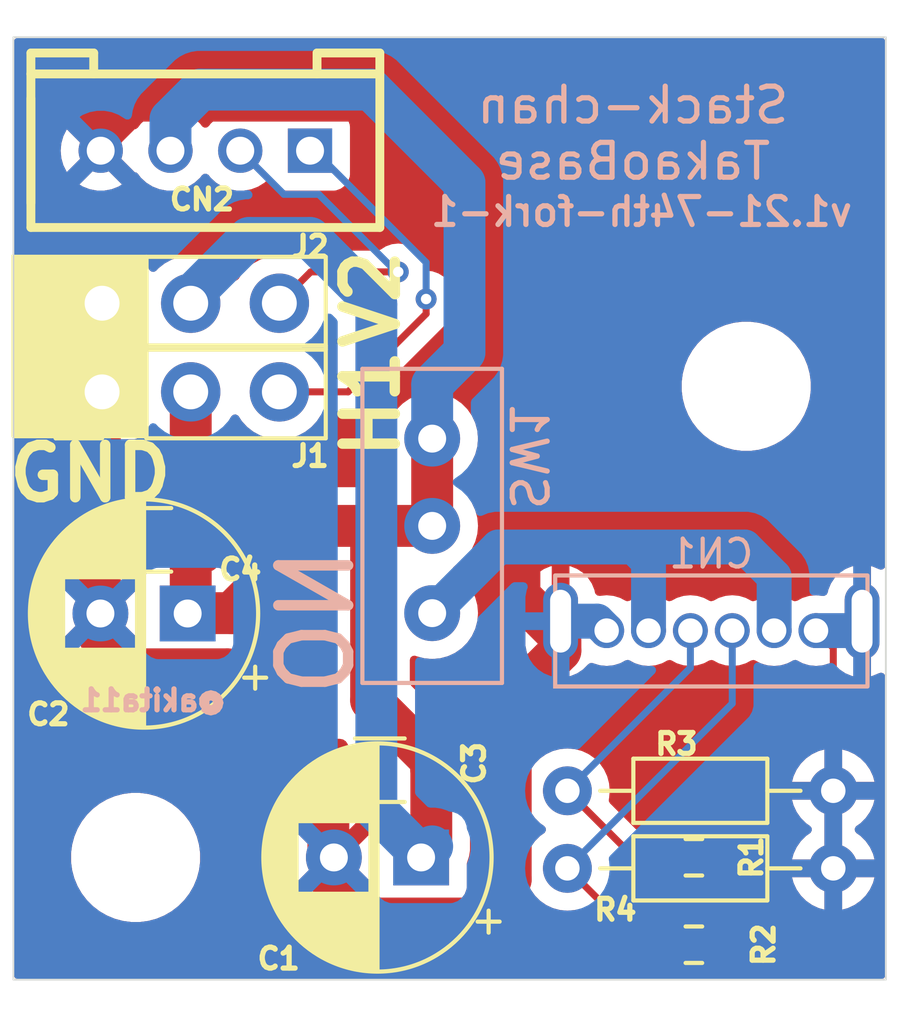
<source format=kicad_pcb>
(kicad_pcb (version 20240108) (generator "pcbnew") (generator_version "8.0")
  (layers (0 "F.Cu" signal) (31 "B.Cu" signal) (34 "B.Paste" user) (35 "F.Paste" user) (36 "B.SilkS" user "B.Silkscreen") (37 "F.SilkS" user "F.Silkscreen") (38 "B.Mask" user) (39 "F.Mask" user) (44 "Edge.Cuts" user))
  (net 0 "")
  (net 1 "+5V")
  (net 2 "GND")
  (net 3 "/SV1")
  (net 4 "/SV2")
  (net 5 "Net-(CN1-CC2)")
  (net 6 "Net-(CN1-VBUS1)")
  (net 7 "Net-(CN1-CC1)")
  (footprint "akita:CON_GROVE_V" (layer "F.Cu") (at 5.5 3.25 180)
    (property "Reference" "CN2" (at -0.9 -1.75 180) (layer "F.SilkS") (effects (font (size 0.6 0.6)) (justify right bottom)))
    (property "Value" "CON_GROVE")
    (fp_line (start 5 2.8) (end 5 2.2) (stroke (width 0.254)) (layer "F.SilkS"))
    (fp_line (start 5 2.2) (end 5 -2.2) (stroke (width 0.254)) (layer "F.SilkS"))
    (fp_line (start 5 -1.5) (end 5 1.5) (stroke (width 0.254)) (layer "F.SilkS"))
    (fp_line (start 3.2 2.8) (end 5 2.8) (stroke (width 0.254)) (layer "F.SilkS"))
    (fp_line (start 3.2 2.2) (end 5 2.2) (stroke (width 0.254)) (layer "F.SilkS"))
    (fp_line (start 3.2 2.2) (end 3.2 2.8) (stroke (width 0.254)) (layer "F.SilkS"))
    (fp_line (start -3.2 2.8) (end -3.2 2.2) (stroke (width 0.254)) (layer "F.SilkS"))
    (fp_line (start -3.2 2.2) (end 3.2 2.2) (stroke (width 0.254)) (layer "F.SilkS"))
    (fp_line (start -5 2.8) (end -3.2 2.8) (stroke (width 0.254)) (layer "F.SilkS"))
    (fp_line (start -5 2.2) (end -3.2 2.2) (stroke (width 0.254)) (layer "F.SilkS"))
    (fp_line (start -5 2.2) (end -5 2.8) (stroke (width 0.254)) (layer "F.SilkS"))
    (fp_line (start -5 -1) (end -5 1) (stroke (width 0.127)) (layer "F.SilkS"))
    (fp_line (start -5 -2.2) (end 5 -2.2) (stroke (width 0.254)) (layer "F.SilkS"))
    (fp_line (start -5 -2.2) (end -5 2.2) (stroke (width 0.254)) (layer "F.SilkS"))
    (pad "1" thru_hole rect (at -3 0 180) (size 1.27 1.27) (drill 0.8) (layers "*.Cu" "*.Mask") (net 3 "/SV1"))
    (pad "2" thru_hole circle (at -1 0 180) (size 1.27 1.27) (drill 0.8) (layers "*.Cu" "*.Mask") (net 4 "/SV2"))
    (pad "3" thru_hole circle (at 1 0 180) (size 1.27 1.27) (drill 0.8) (layers "*.Cu" "*.Mask") (net 1 "+5V"))
    (pad "4" thru_hole circle (at 3 0 180) (size 1.27 1.27) (drill 0.8) (layers "*.Cu" "*.Mask") (net 2 "GND"))
  )
  (footprint "Capacitor_SMD:C_1206_3216Metric" (layer "F.Cu") (at 10.5 21 180)
    (property "Reference" "C3" (at -2.7 0.2 90) (layer "F.SilkS") (effects (font (size 0.6 0.6))))
    (property "Value" "100u")
    (fp_line (start -0.711252 0.91) (end 0.711252 0.91) (stroke (width 0.12)) (layer "F.SilkS"))
    (fp_line (start -0.711252 -0.91) (end 0.711252 -0.91) (stroke (width 0.12)) (layer "F.SilkS"))
    (pad "1" smd roundrect (at -1.475 0 180) (size 1.15 1.8) (layers "F.Cu" "F.Paste" "F.Mask") (roundrect_rratio 0.2173913043) (net 1 "+5V"))
    (pad "2" smd roundrect (at 1.475 0 180) (size 1.15 1.8) (layers "F.Cu" "F.Paste" "F.Mask") (roundrect_rratio 0.2173913043) (net 2 "GND"))
  )
  (footprint "Connector_PinHeader_2.54mm:PinHeader_1x03_P2.54mm_Vertical" (layer "F.Cu") (at 2.54 10.16 90)
    (property "Reference" "J1" (at -1.84 5.96 0) (layer "F.SilkS") (effects (font (size 0.6 0.6))))
    (property "Value" "Conn_01x03")
    (fp_line (start -1.33 -1.33) (end 0 -1.33) (stroke (width 0.12)) (layer "F.SilkS"))
    (fp_line (start -1.33 0) (end -1.33 -1.33) (stroke (width 0.12)) (layer "F.SilkS"))
    (fp_line (start 1.33 1.27) (end 1.33 6.41) (stroke (width 0.12)) (layer "F.SilkS"))
    (fp_line (start -1.33 1.27) (end 1.33 1.27) (stroke (width 0.12)) (layer "F.SilkS"))
    (fp_line (start -1.33 1.27) (end -1.33 6.41) (stroke (width 0.12)) (layer "F.SilkS"))
    (fp_line (start -1.33 6.41) (end 1.33 6.41) (stroke (width 0.12)) (layer "F.SilkS"))
    (pad "1" thru_hole rect (at 0 0 90) (size 1.7 1.7) (drill 1) (layers "*.Cu" "*.Mask") (net 2 "GND"))
    (pad "2" thru_hole oval (at 0 2.54 90) (size 1.7 1.7) (drill 1) (layers "*.Cu" "*.Mask") (net 1 "+5V"))
    (pad "3" thru_hole oval (at 0 5.08 90) (size 1.7 1.7) (drill 1) (layers "*.Cu" "*.Mask") (net 3 "/SV1"))
  )
  (footprint "Resistor_SMD:R_0603_1608Metric" (layer "F.Cu") (at 19.5 26)
    (property "Reference" "R2" (at 2 0 90) (layer "F.SilkS") (effects (font (size 0.6 0.6))))
    (property "Value" "5.1k")
    (fp_line (start -0.237258 -0.5225) (end 0.237258 -0.5225) (stroke (width 0.12)) (layer "F.SilkS"))
    (fp_line (start -0.237258 0.5225) (end 0.237258 0.5225) (stroke (width 0.12)) (layer "F.SilkS"))
    (pad "1" smd roundrect (at -0.825 0) (size 0.8 0.95) (layers "F.Cu" "F.Paste" "F.Mask") (net 7 "Net-(CN1-CC1)"))
    (pad "2" smd roundrect (at 0.825 0) (size 0.8 0.95) (layers "F.Cu" "F.Paste" "F.Mask") (net 2 "GND"))
  )
  (footprint "Capacitor_THT:CP_Radial_D6.3mm_P2.50mm" (layer "F.Cu") (at 4.99238 16.51 180)
    (property "Reference" "C2" (at 3.99238 -2.89 180) (layer "F.SilkS") (effects (font (size 0.6 0.6))))
    (property "Value" "100u")
    (fp_line (start 4.491 -0.402) (end 4.491 0.402) (stroke (width 0.12)) (layer "F.SilkS"))
    (fp_line (start 4.451 -0.633) (end 4.451 0.633) (stroke (width 0.12)) (layer "F.SilkS"))
    (fp_line (start 4.411 -0.802) (end 4.411 0.802) (stroke (width 0.12)) (layer "F.SilkS"))
    (fp_line (start 4.371 -0.94) (end 4.371 0.94) (stroke (width 0.12)) (layer "F.SilkS"))
    (fp_line (start 4.331 -1.059) (end 4.331 1.059) (stroke (width 0.12)) (layer "F.SilkS"))
    (fp_line (start 4.291 -1.165) (end 4.291 1.165) (stroke (width 0.12)) (layer "F.SilkS"))
    (fp_line (start 4.251 -1.262) (end 4.251 1.262) (stroke (width 0.12)) (layer "F.SilkS"))
    (fp_line (start 4.211 -1.35) (end 4.211 1.35) (stroke (width 0.12)) (layer "F.SilkS"))
    (fp_line (start 4.171 -1.432) (end 4.171 1.432) (stroke (width 0.12)) (layer "F.SilkS"))
    (fp_line (start 4.131 -1.509) (end 4.131 1.509) (stroke (width 0.12)) (layer "F.SilkS"))
    (fp_line (start 4.091 -1.581) (end 4.091 1.581) (stroke (width 0.12)) (layer "F.SilkS"))
    (fp_line (start 4.051 -1.65) (end 4.051 1.65) (stroke (width 0.12)) (layer "F.SilkS"))
    (fp_line (start 4.011 -1.714) (end 4.011 1.714) (stroke (width 0.12)) (layer "F.SilkS"))
    (fp_line (start 3.971 -1.776) (end 3.971 1.776) (stroke (width 0.12)) (layer "F.SilkS"))
    (fp_line (start 3.931 -1.834) (end 3.931 1.834) (stroke (width 0.12)) (layer "F.SilkS"))
    (fp_line (start 3.891 -1.89) (end 3.891 1.89) (stroke (width 0.12)) (layer "F.SilkS"))
    (fp_line (start 3.851 -1.944) (end 3.851 1.944) (stroke (width 0.12)) (layer "F.SilkS"))
    (fp_line (start 3.811 -1.995) (end 3.811 1.995) (stroke (width 0.12)) (layer "F.SilkS"))
    (fp_line (start 3.771 -2.044) (end 3.771 2.044) (stroke (width 0.12)) (layer "F.SilkS"))
    (fp_line (start 3.731 -2.092) (end 3.731 2.092) (stroke (width 0.12)) (layer "F.SilkS"))
    (fp_line (start 3.691 -2.137) (end 3.691 2.137) (stroke (width 0.12)) (layer "F.SilkS"))
    (fp_line (start 3.651 -2.182) (end 3.651 2.182) (stroke (width 0.12)) (layer "F.SilkS"))
    (fp_line (start 3.611 -2.224) (end 3.611 2.224) (stroke (width 0.12)) (layer "F.SilkS"))
    (fp_line (start 3.571 -2.265) (end 3.571 2.265) (stroke (width 0.12)) (layer "F.SilkS"))
    (fp_line (start 3.531 1.04) (end 3.531 2.305) (stroke (width 0.12)) (layer "F.SilkS"))
    (fp_line (start 3.531 -2.305) (end 3.531 -1.04) (stroke (width 0.12)) (layer "F.SilkS"))
    (fp_line (start 3.491 1.04) (end 3.491 2.343) (stroke (width 0.12)) (layer "F.SilkS"))
    (fp_line (start 3.491 -2.343) (end 3.491 -1.04) (stroke (width 0.12)) (layer "F.SilkS"))
    (fp_line (start 3.451 1.04) (end 3.451 2.38) (stroke (width 0.12)) (layer "F.SilkS"))
    (fp_line (start 3.451 -2.38) (end 3.451 -1.04) (stroke (width 0.12)) (layer "F.SilkS"))
    (fp_line (start 3.411 1.04) (end 3.411 2.416) (stroke (width 0.12)) (layer "F.SilkS"))
    (fp_line (start 3.411 -2.416) (end 3.411 -1.04) (stroke (width 0.12)) (layer "F.SilkS"))
    (fp_line (start 3.371 1.04) (end 3.371 2.45) (stroke (width 0.12)) (layer "F.SilkS"))
    (fp_line (start 3.371 -2.45) (end 3.371 -1.04) (stroke (width 0.12)) (layer "F.SilkS"))
    (fp_line (start 3.331 1.04) (end 3.331 2.484) (stroke (width 0.12)) (layer "F.SilkS"))
    (fp_line (start 3.331 -2.484) (end 3.331 -1.04) (stroke (width 0.12)) (layer "F.SilkS"))
    (fp_line (start 3.291 1.04) (end 3.291 2.516) (stroke (width 0.12)) (layer "F.SilkS"))
    (fp_line (start 3.291 -2.516) (end 3.291 -1.04) (stroke (width 0.12)) (layer "F.SilkS"))
    (fp_line (start 3.251 1.04) (end 3.251 2.548) (stroke (width 0.12)) (layer "F.SilkS"))
    (fp_line (start 3.251 -2.548) (end 3.251 -1.04) (stroke (width 0.12)) (layer "F.SilkS"))
    (fp_line (start 3.211 1.04) (end 3.211 2.578) (stroke (width 0.12)) (layer "F.SilkS"))
    (fp_line (start 3.211 -2.578) (end 3.211 -1.04) (stroke (width 0.12)) (layer "F.SilkS"))
    (fp_line (start 3.171 1.04) (end 3.171 2.607) (stroke (width 0.12)) (layer "F.SilkS"))
    (fp_line (start 3.171 -2.607) (end 3.171 -1.04) (stroke (width 0.12)) (layer "F.SilkS"))
    (fp_line (start 3.131 1.04) (end 3.131 2.636) (stroke (width 0.12)) (layer "F.SilkS"))
    (fp_line (start 3.131 -2.636) (end 3.131 -1.04) (stroke (width 0.12)) (layer "F.SilkS"))
    (fp_line (start 3.091 1.04) (end 3.091 2.664) (stroke (width 0.12)) (layer "F.SilkS"))
    (fp_line (start 3.091 -2.664) (end 3.091 -1.04) (stroke (width 0.12)) (layer "F.SilkS"))
    (fp_line (start 3.051 1.04) (end 3.051 2.69) (stroke (width 0.12)) (layer "F.SilkS"))
    (fp_line (start 3.051 -2.69) (end 3.051 -1.04) (stroke (width 0.12)) (layer "F.SilkS"))
    (fp_line (start 3.011 1.04) (end 3.011 2.716) (stroke (width 0.12)) (layer "F.SilkS"))
    (fp_line (start 3.011 -2.716) (end 3.011 -1.04) (stroke (width 0.12)) (layer "F.SilkS"))
    (fp_line (start 2.971 1.04) (end 2.971 2.742) (stroke (width 0.12)) (layer "F.SilkS"))
    (fp_line (start 2.971 -2.742) (end 2.971 -1.04) (stroke (width 0.12)) (layer "F.SilkS"))
    (fp_line (start 2.931 1.04) (end 2.931 2.766) (stroke (width 0.12)) (layer "F.SilkS"))
    (fp_line (start 2.931 -2.766) (end 2.931 -1.04) (stroke (width 0.12)) (layer "F.SilkS"))
    (fp_line (start 2.891 1.04) (end 2.891 2.79) (stroke (width 0.12)) (layer "F.SilkS"))
    (fp_line (start 2.891 -2.79) (end 2.891 -1.04) (stroke (width 0.12)) (layer "F.SilkS"))
    (fp_line (start 2.851 1.04) (end 2.851 2.812) (stroke (width 0.12)) (layer "F.SilkS"))
    (fp_line (start 2.851 -2.812) (end 2.851 -1.04) (stroke (width 0.12)) (layer "F.SilkS"))
    (fp_line (start 2.811 1.04) (end 2.811 2.834) (stroke (width 0.12)) (layer "F.SilkS"))
    (fp_line (start 2.811 -2.834) (end 2.811 -1.04) (stroke (width 0.12)) (layer "F.SilkS"))
    (fp_line (start 2.771 1.04) (end 2.771 2.856) (stroke (width 0.12)) (layer "F.SilkS"))
    (fp_line (start 2.771 -2.856) (end 2.771 -1.04) (stroke (width 0.12)) (layer "F.SilkS"))
    (fp_line (start 2.731 1.04) (end 2.731 2.876) (stroke (width 0.12)) (layer "F.SilkS"))
    (fp_line (start 2.731 -2.876) (end 2.731 -1.04) (stroke (width 0.12)) (layer "F.SilkS"))
    (fp_line (start 2.691 1.04) (end 2.691 2.896) (stroke (width 0.12)) (layer "F.SilkS"))
    (fp_line (start 2.691 -2.896) (end 2.691 -1.04) (stroke (width 0.12)) (layer "F.SilkS"))
    (fp_line (start 2.651 1.04) (end 2.651 2.916) (stroke (width 0.12)) (layer "F.SilkS"))
    (fp_line (start 2.651 -2.916) (end 2.651 -1.04) (stroke (width 0.12)) (layer "F.SilkS"))
    (fp_line (start 2.611 1.04) (end 2.611 2.934) (stroke (width 0.12)) (layer "F.SilkS"))
    (fp_line (start 2.611 -2.934) (end 2.611 -1.04) (stroke (width 0.12)) (layer "F.SilkS"))
    (fp_line (start 2.571 1.04) (end 2.571 2.952) (stroke (width 0.12)) (layer "F.SilkS"))
    (fp_line (start 2.571 -2.952) (end 2.571 -1.04) (stroke (width 0.12)) (layer "F.SilkS"))
    (fp_line (start 2.531 1.04) (end 2.531 2.97) (stroke (width 0.12)) (layer "F.SilkS"))
    (fp_line (start 2.531 -2.97) (end 2.531 -1.04) (stroke (width 0.12)) (layer "F.SilkS"))
    (fp_line (start 2.491 1.04) (end 2.491 2.986) (stroke (width 0.12)) (layer "F.SilkS"))
    (fp_line (start 2.491 -2.986) (end 2.491 -1.04) (stroke (width 0.12)) (layer "F.SilkS"))
    (fp_line (start 2.451 1.04) (end 2.451 3.002) (stroke (width 0.12)) (layer "F.SilkS"))
    (fp_line (start 2.451 -3.002) (end 2.451 -1.04) (stroke (width 0.12)) (layer "F.SilkS"))
    (fp_line (start 2.411 1.04) (end 2.411 3.018) (stroke (width 0.12)) (layer "F.SilkS"))
    (fp_line (start 2.411 -3.018) (end 2.411 -1.04) (stroke (width 0.12)) (layer "F.SilkS"))
    (fp_line (start 2.371 1.04) (end 2.371 3.033) (stroke (width 0.12)) (layer "F.SilkS"))
    (fp_line (start 2.371 -3.033) (end 2.371 -1.04) (stroke (width 0.12)) (layer "F.SilkS"))
    (fp_line (start 2.331 1.04) (end 2.331 3.047) (stroke (width 0.12)) (layer "F.SilkS"))
    (fp_line (start 2.331 -3.047) (end 2.331 -1.04) (stroke (width 0.12)) (layer "F.SilkS"))
    (fp_line (start 2.291 1.04) (end 2.291 3.061) (stroke (width 0.12)) (layer "F.SilkS"))
    (fp_line (start 2.291 -3.061) (end 2.291 -1.04) (stroke (width 0.12)) (layer "F.SilkS"))
    (fp_line (start 2.251 1.04) (end 2.251 3.074) (stroke (width 0.12)) (layer "F.SilkS"))
    (fp_line (start 2.251 -3.074) (end 2.251 -1.04) (stroke (width 0.12)) (layer "F.SilkS"))
    (fp_line (start 2.211 1.04) (end 2.211 3.086) (stroke (width 0.12)) (layer "F.SilkS"))
    (fp_line (start 2.211 -3.086) (end 2.211 -1.04) (stroke (width 0.12)) (layer "F.SilkS"))
    (fp_line (start 2.171 1.04) (end 2.171 3.098) (stroke (width 0.12)) (layer "F.SilkS"))
    (fp_line (start 2.171 -3.098) (end 2.171 -1.04) (stroke (width 0.12)) (layer "F.SilkS"))
    (fp_line (start 2.131 1.04) (end 2.131 3.11) (stroke (width 0.12)) (layer "F.SilkS"))
    (fp_line (start 2.131 -3.11) (end 2.131 -1.04) (stroke (width 0.12)) (layer "F.SilkS"))
    (fp_line (start 2.091 1.04) (end 2.091 3.121) (stroke (width 0.12)) (layer "F.SilkS"))
    (fp_line (start 2.091 -3.121) (end 2.091 -1.04) (stroke (width 0.12)) (layer "F.SilkS"))
    (fp_line (start 2.051 1.04) (end 2.051 3.131) (stroke (width 0.12)) (layer "F.SilkS"))
    (fp_line (start 2.051 -3.131) (end 2.051 -1.04) (stroke (width 0.12)) (layer "F.SilkS"))
    (fp_line (start 2.011 1.04) (end 2.011 3.141) (stroke (width 0.12)) (layer "F.SilkS"))
    (fp_line (start 2.011 -3.141) (end 2.011 -1.04) (stroke (width 0.12)) (layer "F.SilkS"))
    (fp_line (start 1.971 1.04) (end 1.971 3.15) (stroke (width 0.12)) (layer "F.SilkS"))
    (fp_line (start 1.971 -3.15) (end 1.971 -1.04) (stroke (width 0.12)) (layer "F.SilkS"))
    (fp_line (start 1.93 1.04) (end 1.93 3.159) (stroke (width 0.12)) (layer "F.SilkS"))
    (fp_line (start 1.93 -3.159) (end 1.93 -1.04) (stroke (width 0.12)) (layer "F.SilkS"))
    (fp_line (start 1.89 1.04) (end 1.89 3.167) (stroke (width 0.12)) (layer "F.SilkS"))
    (fp_line (start 1.89 -3.167) (end 1.89 -1.04) (stroke (width 0.12)) (layer "F.SilkS"))
    (fp_line (start 1.85 1.04) (end 1.85 3.175) (stroke (width 0.12)) (layer "F.SilkS"))
    (fp_line (start 1.85 -3.175) (end 1.85 -1.04) (stroke (width 0.12)) (layer "F.SilkS"))
    (fp_line (start 1.81 1.04) (end 1.81 3.182) (stroke (width 0.12)) (layer "F.SilkS"))
    (fp_line (start 1.81 -3.182) (end 1.81 -1.04) (stroke (width 0.12)) (layer "F.SilkS"))
    (fp_line (start 1.77 1.04) (end 1.77 3.189) (stroke (width 0.12)) (layer "F.SilkS"))
    (fp_line (start 1.77 -3.189) (end 1.77 -1.04) (stroke (width 0.12)) (layer "F.SilkS"))
    (fp_line (start 1.73 1.04) (end 1.73 3.195) (stroke (width 0.12)) (layer "F.SilkS"))
    (fp_line (start 1.73 -3.195) (end 1.73 -1.04) (stroke (width 0.12)) (layer "F.SilkS"))
    (fp_line (start 1.69 1.04) (end 1.69 3.201) (stroke (width 0.12)) (layer "F.SilkS"))
    (fp_line (start 1.69 -3.201) (end 1.69 -1.04) (stroke (width 0.12)) (layer "F.SilkS"))
    (fp_line (start 1.65 1.04) (end 1.65 3.206) (stroke (width 0.12)) (layer "F.SilkS"))
    (fp_line (start 1.65 -3.206) (end 1.65 -1.04) (stroke (width 0.12)) (layer "F.SilkS"))
    (fp_line (start 1.61 1.04) (end 1.61 3.211) (stroke (width 0.12)) (layer "F.SilkS"))
    (fp_line (start 1.61 -3.211) (end 1.61 -1.04) (stroke (width 0.12)) (layer "F.SilkS"))
    (fp_line (start 1.57 1.04) (end 1.57 3.215) (stroke (width 0.12)) (layer "F.SilkS"))
    (fp_line (start 1.57 -3.215) (end 1.57 -1.04) (stroke (width 0.12)) (layer "F.SilkS"))
    (fp_line (start 1.53 1.04) (end 1.53 3.218) (stroke (width 0.12)) (layer "F.SilkS"))
    (fp_line (start 1.53 -3.218) (end 1.53 -1.04) (stroke (width 0.12)) (layer "F.SilkS"))
    (fp_line (start 1.49 1.04) (end 1.49 3.222) (stroke (width 0.12)) (layer "F.SilkS"))
    (fp_line (start 1.49 -3.222) (end 1.49 -1.04) (stroke (width 0.12)) (layer "F.SilkS"))
    (fp_line (start 1.45 -3.224) (end 1.45 3.224) (stroke (width 0.12)) (layer "F.SilkS"))
    (fp_line (start 1.41 -3.227) (end 1.41 3.227) (stroke (width 0.12)) (layer "F.SilkS"))
    (fp_line (start 1.37 -3.228) (end 1.37 3.228) (stroke (width 0.12)) (layer "F.SilkS"))
    (fp_line (start 1.33 -3.23) (end 1.33 3.23) (stroke (width 0.12)) (layer "F.SilkS"))
    (fp_line (start 1.29 -3.23) (end 1.29 3.23) (stroke (width 0.12)) (layer "F.SilkS"))
    (fp_line (start 1.25 -3.23) (end 1.25 3.23) (stroke (width 0.12)) (layer "F.SilkS"))
    (fp_line (start -1.935241 -2.154) (end -1.935241 -1.524) (stroke (width 0.12)) (layer "F.SilkS"))
    (fp_line (start -2.250241 -1.839) (end -1.620241 -1.839) (stroke (width 0.12)) (layer "F.SilkS"))
    (fp_circle (center 1.25 0) (end 4.52 0) (stroke (width 0.12)) (fill none) (layer "F.SilkS"))
    (pad "1" thru_hole rect (at 0 0 180) (size 1.6 1.6) (drill 0.8) (layers "*.Cu" "*.Mask") (net 1 "+5V"))
    (pad "2" thru_hole circle (at 2.5 0 180) (size 1.6 1.6) (drill 0.8) (layers "*.Cu" "*.Mask") (net 2 "GND"))
  )
  (footprint "MountingHole:MountingHole_3.2mm_M3" (layer "F.Cu") (at 21 10)
    (property "Reference" "REF**" (hide yes))
    (property "Value" "MountingHole_3.2mm_M3" (hide yes))
    (pad "" np_thru_hole circle (at 0 0) (size 3.2 3.2) (drill 3.2) (layers "*.Cu" "*.Mask"))
  )
  (footprint "Resistor_THT:R_Axial_DIN0204_L3.6mm_D1.6mm_P7.62mm_Horizontal" (layer "F.Cu") (at 15.875 21.59)
    (property "Reference" "R3" (at 3.125 -1.34 0) (layer "F.SilkS") (effects (font (size 0.6 0.6))))
    (property "Value" "5.1k")
    (fp_line (start 0.94 0) (end 1.89 0) (stroke (width 0.12)) (layer "F.SilkS"))
    (fp_line (start 1.89 -0.92) (end 1.89 0.92) (stroke (width 0.12)) (layer "F.SilkS"))
    (fp_line (start 1.89 0.92) (end 5.73 0.92) (stroke (width 0.12)) (layer "F.SilkS"))
    (fp_line (start 5.73 -0.92) (end 1.89 -0.92) (stroke (width 0.12)) (layer "F.SilkS"))
    (fp_line (start 5.73 0.92) (end 5.73 -0.92) (stroke (width 0.12)) (layer "F.SilkS"))
    (fp_line (start 6.68 0) (end 5.73 0) (stroke (width 0.12)) (layer "F.SilkS"))
    (pad "1" thru_hole circle (at 0 0) (size 1.4 1.4) (drill 0.7) (layers "*.Cu" "*.Mask") (net 5 "Net-(CN1-CC2)"))
    (pad "2" thru_hole oval (at 7.62 0) (size 1.4 1.4) (drill 0.7) (layers "*.Cu" "*.Mask") (net 2 "GND"))
  )
  (footprint "MountingHole:MountingHole_3.2mm_M3" (layer "F.Cu") (at 3.5 23.5)
    (property "Reference" "REF**" (hide yes))
    (property "Value" "MountingHole_3.2mm_M3" (hide yes))
    (pad "" np_thru_hole circle (at 0 0) (size 3.2 3.2) (drill 3.2) (layers "*.Cu" "*.Mask"))
  )
  (footprint "Resistor_THT:R_Axial_DIN0204_L3.6mm_D1.6mm_P7.62mm_Horizontal" (layer "F.Cu") (at 15.875 23.8125)
    (property "Reference" "R4" (at 1.375 1.1875 180) (layer "F.SilkS") (effects (font (size 0.6 0.6))))
    (property "Value" "5.1k")
    (fp_line (start 0.94 0) (end 1.89 0) (stroke (width 0.12)) (layer "F.SilkS"))
    (fp_line (start 1.89 -0.92) (end 1.89 0.92) (stroke (width 0.12)) (layer "F.SilkS"))
    (fp_line (start 1.89 0.92) (end 5.73 0.92) (stroke (width 0.12)) (layer "F.SilkS"))
    (fp_line (start 5.73 -0.92) (end 1.89 -0.92) (stroke (width 0.12)) (layer "F.SilkS"))
    (fp_line (start 5.73 0.92) (end 5.73 -0.92) (stroke (width 0.12)) (layer "F.SilkS"))
    (fp_line (start 6.68 0) (end 5.73 0) (stroke (width 0.12)) (layer "F.SilkS"))
    (pad "1" thru_hole circle (at 0 0) (size 1.4 1.4) (drill 0.7) (layers "*.Cu" "*.Mask") (net 7 "Net-(CN1-CC1)"))
    (pad "2" thru_hole oval (at 7.62 0) (size 1.4 1.4) (drill 0.7) (layers "*.Cu" "*.Mask") (net 2 "GND"))
  )
  (footprint "Capacitor_SMD:C_1206_3216Metric" (layer "F.Cu") (at 3.81 14.4 180)
    (property "Reference" "C4" (at -2.69 -0.85 0) (layer "F.SilkS") (effects (font (size 0.6 0.6))))
    (property "Value" "100u")
    (fp_line (start -0.711252 0.91) (end 0.711252 0.91) (stroke (width 0.12)) (layer "F.SilkS"))
    (fp_line (start -0.711252 -0.91) (end 0.711252 -0.91) (stroke (width 0.12)) (layer "F.SilkS"))
    (pad "1" smd roundrect (at -1.475 0 180) (size 1.15 1.8) (layers "F.Cu" "F.Paste" "F.Mask") (roundrect_rratio 0.2173913043) (net 1 "+5V"))
    (pad "2" smd roundrect (at 1.475 0 180) (size 1.15 1.8) (layers "F.Cu" "F.Paste" "F.Mask") (roundrect_rratio 0.2173913043) (net 2 "GND"))
  )
  (footprint "Capacitor_THT:CP_Radial_D6.3mm_P2.50mm" (layer "F.Cu") (at 11.68238 23.5 180)
    (property "Reference" "C1" (at 4.08238 -2.9 0) (layer "F.SilkS") (effects (font (size 0.6 0.6))))
    (property "Value" "100u")
    (fp_line (start 4.491 -0.402) (end 4.491 0.402) (stroke (width 0.12)) (layer "F.SilkS"))
    (fp_line (start 4.451 -0.633) (end 4.451 0.633) (stroke (width 0.12)) (layer "F.SilkS"))
    (fp_line (start 4.411 -0.802) (end 4.411 0.802) (stroke (width 0.12)) (layer "F.SilkS"))
    (fp_line (start 4.371 -0.94) (end 4.371 0.94) (stroke (width 0.12)) (layer "F.SilkS"))
    (fp_line (start 4.331 -1.059) (end 4.331 1.059) (stroke (width 0.12)) (layer "F.SilkS"))
    (fp_line (start 4.291 -1.165) (end 4.291 1.165) (stroke (width 0.12)) (layer "F.SilkS"))
    (fp_line (start 4.251 -1.262) (end 4.251 1.262) (stroke (width 0.12)) (layer "F.SilkS"))
    (fp_line (start 4.211 -1.35) (end 4.211 1.35) (stroke (width 0.12)) (layer "F.SilkS"))
    (fp_line (start 4.171 -1.432) (end 4.171 1.432) (stroke (width 0.12)) (layer "F.SilkS"))
    (fp_line (start 4.131 -1.509) (end 4.131 1.509) (stroke (width 0.12)) (layer "F.SilkS"))
    (fp_line (start 4.091 -1.581) (end 4.091 1.581) (stroke (width 0.12)) (layer "F.SilkS"))
    (fp_line (start 4.051 -1.65) (end 4.051 1.65) (stroke (width 0.12)) (layer "F.SilkS"))
    (fp_line (start 4.011 -1.714) (end 4.011 1.714) (stroke (width 0.12)) (layer "F.SilkS"))
    (fp_line (start 3.971 -1.776) (end 3.971 1.776) (stroke (width 0.12)) (layer "F.SilkS"))
    (fp_line (start 3.931 -1.834) (end 3.931 1.834) (stroke (width 0.12)) (layer "F.SilkS"))
    (fp_line (start 3.891 -1.89) (end 3.891 1.89) (stroke (width 0.12)) (layer "F.SilkS"))
    (fp_line (start 3.851 -1.944) (end 3.851 1.944) (stroke (width 0.12)) (layer "F.SilkS"))
    (fp_line (start 3.811 -1.995) (end 3.811 1.995) (stroke (width 0.12)) (layer "F.SilkS"))
    (fp_line (start 3.771 -2.044) (end 3.771 2.044) (stroke (width 0.12)) (layer "F.SilkS"))
    (fp_line (start 3.731 -2.092) (end 3.731 2.092) (stroke (width 0.12)) (layer "F.SilkS"))
    (fp_line (start 3.691 -2.137) (end 3.691 2.137) (stroke (width 0.12)) (layer "F.SilkS"))
    (fp_line (start 3.651 -2.182) (end 3.651 2.182) (stroke (width 0.12)) (layer "F.SilkS"))
    (fp_line (start 3.611 -2.224) (end 3.611 2.224) (stroke (width 0.12)) (layer "F.SilkS"))
    (fp_line (start 3.571 -2.265) (end 3.571 2.265) (stroke (width 0.12)) (layer "F.SilkS"))
    (fp_line (start 3.531 1.04) (end 3.531 2.305) (stroke (width 0.12)) (layer "F.SilkS"))
    (fp_line (start 3.531 -2.305) (end 3.531 -1.04) (stroke (width 0.12)) (layer "F.SilkS"))
    (fp_line (start 3.491 1.04) (end 3.491 2.343) (stroke (width 0.12)) (layer "F.SilkS"))
    (fp_line (start 3.491 -2.343) (end 3.491 -1.04) (stroke (width 0.12)) (layer "F.SilkS"))
    (fp_line (start 3.451 1.04) (end 3.451 2.38) (stroke (width 0.12)) (layer "F.SilkS"))
    (fp_line (start 3.451 -2.38) (end 3.451 -1.04) (stroke (width 0.12)) (layer "F.SilkS"))
    (fp_line (start 3.411 1.04) (end 3.411 2.416) (stroke (width 0.12)) (layer "F.SilkS"))
    (fp_line (start 3.411 -2.416) (end 3.411 -1.04) (stroke (width 0.12)) (layer "F.SilkS"))
    (fp_line (start 3.371 1.04) (end 3.371 2.45) (stroke (width 0.12)) (layer "F.SilkS"))
    (fp_line (start 3.371 -2.45) (end 3.371 -1.04) (stroke (width 0.12)) (layer "F.SilkS"))
    (fp_line (start 3.331 1.04) (end 3.331 2.484) (stroke (width 0.12)) (layer "F.SilkS"))
    (fp_line (start 3.331 -2.484) (end 3.331 -1.04) (stroke (width 0.12)) (layer "F.SilkS"))
    (fp_line (start 3.291 1.04) (end 3.291 2.516) (stroke (width 0.12)) (layer "F.SilkS"))
    (fp_line (start 3.291 -2.516) (end 3.291 -1.04) (stroke (width 0.12)) (layer "F.SilkS"))
    (fp_line (start 3.251 1.04) (end 3.251 2.548) (stroke (width 0.12)) (layer "F.SilkS"))
    (fp_line (start 3.251 -2.548) (end 3.251 -1.04) (stroke (width 0.12)) (layer "F.SilkS"))
    (fp_line (start 3.211 1.04) (end 3.211 2.578) (stroke (width 0.12)) (layer "F.SilkS"))
    (fp_line (start 3.211 -2.578) (end 3.211 -1.04) (stroke (width 0.12)) (layer "F.SilkS"))
    (fp_line (start 3.171 1.04) (end 3.171 2.607) (stroke (width 0.12)) (layer "F.SilkS"))
    (fp_line (start 3.171 -2.607) (end 3.171 -1.04) (stroke (width 0.12)) (layer "F.SilkS"))
    (fp_line (start 3.131 1.04) (end 3.131 2.636) (stroke (width 0.12)) (layer "F.SilkS"))
    (fp_line (start 3.131 -2.636) (end 3.131 -1.04) (stroke (width 0.12)) (layer "F.SilkS"))
    (fp_line (start 3.091 1.04) (end 3.091 2.664) (stroke (width 0.12)) (layer "F.SilkS"))
    (fp_line (start 3.091 -2.664) (end 3.091 -1.04) (stroke (width 0.12)) (layer "F.SilkS"))
    (fp_line (start 3.051 1.04) (end 3.051 2.69) (stroke (width 0.12)) (layer "F.SilkS"))
    (fp_line (start 3.051 -2.69) (end 3.051 -1.04) (stroke (width 0.12)) (layer "F.SilkS"))
    (fp_line (start 3.011 1.04) (end 3.011 2.716) (stroke (width 0.12)) (layer "F.SilkS"))
    (fp_line (start 3.011 -2.716) (end 3.011 -1.04) (stroke (width 0.12)) (layer "F.SilkS"))
    (fp_line (start 2.971 1.04) (end 2.971 2.742) (stroke (width 0.12)) (layer "F.SilkS"))
    (fp_line (start 2.971 -2.742) (end 2.971 -1.04) (stroke (width 0.12)) (layer "F.SilkS"))
    (fp_line (start 2.931 1.04) (end 2.931 2.766) (stroke (width 0.12)) (layer "F.SilkS"))
    (fp_line (start 2.931 -2.766) (end 2.931 -1.04) (stroke (width 0.12)) (layer "F.SilkS"))
    (fp_line (start 2.891 1.04) (end 2.891 2.79) (stroke (width 0.12)) (layer "F.SilkS"))
    (fp_line (start 2.891 -2.79) (end 2.891 -1.04) (stroke (width 0.12)) (layer "F.SilkS"))
    (fp_line (start 2.851 1.04) (end 2.851 2.812) (stroke (width 0.12)) (layer "F.SilkS"))
    (fp_line (start 2.851 -2.812) (end 2.851 -1.04) (stroke (width 0.12)) (layer "F.SilkS"))
    (fp_line (start 2.811 1.04) (end 2.811 2.834) (stroke (width 0.12)) (layer "F.SilkS"))
    (fp_line (start 2.811 -2.834) (end 2.811 -1.04) (stroke (width 0.12)) (layer "F.SilkS"))
    (fp_line (start 2.771 1.04) (end 2.771 2.856) (stroke (width 0.12)) (layer "F.SilkS"))
    (fp_line (start 2.771 -2.856) (end 2.771 -1.04) (stroke (width 0.12)) (layer "F.SilkS"))
    (fp_line (start 2.731 1.04) (end 2.731 2.876) (stroke (width 0.12)) (layer "F.SilkS"))
    (fp_line (start 2.731 -2.876) (end 2.731 -1.04) (stroke (width 0.12)) (layer "F.SilkS"))
    (fp_line (start 2.691 1.04) (end 2.691 2.896) (stroke (width 0.12)) (layer "F.SilkS"))
    (fp_line (start 2.691 -2.896) (end 2.691 -1.04) (stroke (width 0.12)) (layer "F.SilkS"))
    (fp_line (start 2.651 1.04) (end 2.651 2.916) (stroke (width 0.12)) (layer "F.SilkS"))
    (fp_line (start 2.651 -2.916) (end 2.651 -1.04) (stroke (width 0.12)) (layer "F.SilkS"))
    (fp_line (start 2.611 1.04) (end 2.611 2.934) (stroke (width 0.12)) (layer "F.SilkS"))
    (fp_line (start 2.611 -2.934) (end 2.611 -1.04) (stroke (width 0.12)) (layer "F.SilkS"))
    (fp_line (start 2.571 1.04) (end 2.571 2.952) (stroke (width 0.12)) (layer "F.SilkS"))
    (fp_line (start 2.571 -2.952) (end 2.571 -1.04) (stroke (width 0.12)) (layer "F.SilkS"))
    (fp_line (start 2.531 1.04) (end 2.531 2.97) (stroke (width 0.12)) (layer "F.SilkS"))
    (fp_line (start 2.531 -2.97) (end 2.531 -1.04) (stroke (width 0.12)) (layer "F.SilkS"))
    (fp_line (start 2.491 1.04) (end 2.491 2.986) (stroke (width 0.12)) (layer "F.SilkS"))
    (fp_line (start 2.491 -2.986) (end 2.491 -1.04) (stroke (width 0.12)) (layer "F.SilkS"))
    (fp_line (start 2.451 1.04) (end 2.451 3.002) (stroke (width 0.12)) (layer "F.SilkS"))
    (fp_line (start 2.451 -3.002) (end 2.451 -1.04) (stroke (width 0.12)) (layer "F.SilkS"))
    (fp_line (start 2.411 1.04) (end 2.411 3.018) (stroke (width 0.12)) (layer "F.SilkS"))
    (fp_line (start 2.411 -3.018) (end 2.411 -1.04) (stroke (width 0.12)) (layer "F.SilkS"))
    (fp_line (start 2.371 1.04) (end 2.371 3.033) (stroke (width 0.12)) (layer "F.SilkS"))
    (fp_line (start 2.371 -3.033) (end 2.371 -1.04) (stroke (width 0.12)) (layer "F.SilkS"))
    (fp_line (start 2.331 1.04) (end 2.331 3.047) (stroke (width 0.12)) (layer "F.SilkS"))
    (fp_line (start 2.331 -3.047) (end 2.331 -1.04) (stroke (width 0.12)) (layer "F.SilkS"))
    (fp_line (start 2.291 1.04) (end 2.291 3.061) (stroke (width 0.12)) (layer "F.SilkS"))
    (fp_line (start 2.291 -3.061) (end 2.291 -1.04) (stroke (width 0.12)) (layer "F.SilkS"))
    (fp_line (start 2.251 1.04) (end 2.251 3.074) (stroke (width 0.12)) (layer "F.SilkS"))
    (fp_line (start 2.251 -3.074) (end 2.251 -1.04) (stroke (width 0.12)) (layer "F.SilkS"))
    (fp_line (start 2.211 1.04) (end 2.211 3.086) (stroke (width 0.12)) (layer "F.SilkS"))
    (fp_line (start 2.211 -3.086) (end 2.211 -1.04) (stroke (width 0.12)) (layer "F.SilkS"))
    (fp_line (start 2.171 1.04) (end 2.171 3.098) (stroke (width 0.12)) (layer "F.SilkS"))
    (fp_line (start 2.171 -3.098) (end 2.171 -1.04) (stroke (width 0.12)) (layer "F.SilkS"))
    (fp_line (start 2.131 1.04) (end 2.131 3.11) (stroke (width 0.12)) (layer "F.SilkS"))
    (fp_line (start 2.131 -3.11) (end 2.131 -1.04) (stroke (width 0.12)) (layer "F.SilkS"))
    (fp_line (start 2.091 1.04) (end 2.091 3.121) (stroke (width 0.12)) (layer "F.SilkS"))
    (fp_line (start 2.091 -3.121) (end 2.091 -1.04) (stroke (width 0.12)) (layer "F.SilkS"))
    (fp_line (start 2.051 1.04) (end 2.051 3.131) (stroke (width 0.12)) (layer "F.SilkS"))
    (fp_line (start 2.051 -3.131) (end 2.051 -1.04) (stroke (width 0.12)) (layer "F.SilkS"))
    (fp_line (start 2.011 1.04) (end 2.011 3.141) (stroke (width 0.12)) (layer "F.SilkS"))
    (fp_line (start 2.011 -3.141) (end 2.011 -1.04) (stroke (width 0.12)) (layer "F.SilkS"))
    (fp_line (start 1.971 1.04) (end 1.971 3.15) (stroke (width 0.12)) (layer "F.SilkS"))
    (fp_line (start 1.971 -3.15) (end 1.971 -1.04) (stroke (width 0.12)) (layer "F.SilkS"))
    (fp_line (start 1.93 1.04) (end 1.93 3.159) (stroke (width 0.12)) (layer "F.SilkS"))
    (fp_line (start 1.93 -3.159) (end 1.93 -1.04) (stroke (width 0.12)) (layer "F.SilkS"))
    (fp_line (start 1.89 1.04) (end 1.89 3.167) (stroke (width 0.12)) (layer "F.SilkS"))
    (fp_line (start 1.89 -3.167) (end 1.89 -1.04) (stroke (width 0.12)) (layer "F.SilkS"))
    (fp_line (start 1.85 1.04) (end 1.85 3.175) (stroke (width 0.12)) (layer "F.SilkS"))
    (fp_line (start 1.85 -3.175) (end 1.85 -1.04) (stroke (width 0.12)) (layer "F.SilkS"))
    (fp_line (start 1.81 1.04) (end 1.81 3.182) (stroke (width 0.12)) (layer "F.SilkS"))
    (fp_line (start 1.81 -3.182) (end 1.81 -1.04) (stroke (width 0.12)) (layer "F.SilkS"))
    (fp_line (start 1.77 1.04) (end 1.77 3.189) (stroke (width 0.12)) (layer "F.SilkS"))
    (fp_line (start 1.77 -3.189) (end 1.77 -1.04) (stroke (width 0.12)) (layer "F.SilkS"))
    (fp_line (start 1.73 1.04) (end 1.73 3.195) (stroke (width 0.12)) (layer "F.SilkS"))
    (fp_line (start 1.73 -3.195) (end 1.73 -1.04) (stroke (width 0.12)) (layer "F.SilkS"))
    (fp_line (start 1.69 1.04) (end 1.69 3.201) (stroke (width 0.12)) (layer "F.SilkS"))
    (fp_line (start 1.69 -3.201) (end 1.69 -1.04) (stroke (width 0.12)) (layer "F.SilkS"))
    (fp_line (start 1.65 1.04) (end 1.65 3.206) (stroke (width 0.12)) (layer "F.SilkS"))
    (fp_line (start 1.65 -3.206) (end 1.65 -1.04) (stroke (width 0.12)) (layer "F.SilkS"))
    (fp_line (start 1.61 1.04) (end 1.61 3.211) (stroke (width 0.12)) (layer "F.SilkS"))
    (fp_line (start 1.61 -3.211) (end 1.61 -1.04) (stroke (width 0.12)) (layer "F.SilkS"))
    (fp_line (start 1.57 1.04) (end 1.57 3.215) (stroke (width 0.12)) (layer "F.SilkS"))
    (fp_line (start 1.57 -3.215) (end 1.57 -1.04) (stroke (width 0.12)) (layer "F.SilkS"))
    (fp_line (start 1.53 1.04) (end 1.53 3.218) (stroke (width 0.12)) (layer "F.SilkS"))
    (fp_line (start 1.53 -3.218) (end 1.53 -1.04) (stroke (width 0.12)) (layer "F.SilkS"))
    (fp_line (start 1.49 1.04) (end 1.49 3.222) (stroke (width 0.12)) (layer "F.SilkS"))
    (fp_line (start 1.49 -3.222) (end 1.49 -1.04) (stroke (width 0.12)) (layer "F.SilkS"))
    (fp_line (start 1.45 -3.224) (end 1.45 3.224) (stroke (width 0.12)) (layer "F.SilkS"))
    (fp_line (start 1.41 -3.227) (end 1.41 3.227) (stroke (width 0.12)) (layer "F.SilkS"))
    (fp_line (start 1.37 -3.228) (end 1.37 3.228) (stroke (width 0.12)) (layer "F.SilkS"))
    (fp_line (start 1.33 -3.23) (end 1.33 3.23) (stroke (width 0.12)) (layer "F.SilkS"))
    (fp_line (start 1.29 -3.23) (end 1.29 3.23) (stroke (width 0.12)) (layer "F.SilkS"))
    (fp_line (start 1.25 -3.23) (end 1.25 3.23) (stroke (width 0.12)) (layer "F.SilkS"))
    (fp_line (start -1.935241 -2.154) (end -1.935241 -1.524) (stroke (width 0.12)) (layer "F.SilkS"))
    (fp_line (start -2.250241 -1.839) (end -1.620241 -1.839) (stroke (width 0.12)) (layer "F.SilkS"))
    (fp_circle (center 1.25 0) (end 4.52 0) (stroke (width 0.12)) (fill none) (layer "F.SilkS"))
    (pad "1" thru_hole rect (at 0 0 180) (size 1.6 1.6) (drill 0.8) (layers "*.Cu" "*.Mask") (net 1 "+5V"))
    (pad "2" thru_hole circle (at 2.5 0 180) (size 1.6 1.6) (drill 0.8) (layers "*.Cu" "*.Mask") (net 2 "GND"))
  )
  (footprint "Resistor_SMD:R_0603_1608Metric" (layer "F.Cu") (at 19.5 23.495)
    (property "Reference" "R1" (at 1.65 0.005 90) (layer "F.SilkS") (effects (font (size 0.6 0.6))))
    (property "Value" "5.1k")
    (fp_line (start -0.237258 -0.5225) (end 0.237258 -0.5225) (stroke (width 0.12)) (layer "F.SilkS"))
    (fp_line (start -0.237258 0.5225) (end 0.237258 0.5225) (stroke (width 0.12)) (layer "F.SilkS"))
    (pad "1" smd roundrect (at -0.825 0) (size 0.8 0.95) (layers "F.Cu" "F.Paste" "F.Mask") (net 5 "Net-(CN1-CC2)"))
    (pad "2" smd roundrect (at 0.825 0) (size 0.8 0.95) (layers "F.Cu" "F.Paste" "F.Mask") (net 2 "GND"))
  )
  (footprint "Connector_PinHeader_2.54mm:PinHeader_1x03_P2.54mm_Vertical" (layer "F.Cu") (at 2.54 7.62 90)
    (property "Reference" "J2" (at 1.62 5.96 180) (layer "F.SilkS") (effects (font (size 0.6 0.6))))
    (property "Value" "Conn_01x03")
    (fp_line (start -1.33 -1.33) (end 0 -1.33) (stroke (width 0.12)) (layer "F.SilkS"))
    (fp_line (start -1.33 0) (end -1.33 -1.33) (stroke (width 0.12)) (layer "F.SilkS"))
    (fp_line (start 1.33 1.27) (end 1.33 6.41) (stroke (width 0.12)) (layer "F.SilkS"))
    (fp_line (start -1.33 1.27) (end 1.33 1.27) (stroke (width 0.12)) (layer "F.SilkS"))
    (fp_line (start -1.33 1.27) (end -1.33 6.41) (stroke (width 0.12)) (layer "F.SilkS"))
    (fp_line (start -1.33 6.41) (end 1.33 6.41) (stroke (width 0.12)) (layer "F.SilkS"))
    (pad "1" thru_hole rect (at 0 0 90) (size 1.7 1.7) (drill 1) (layers "*.Cu" "*.Mask") (net 2 "GND"))
    (pad "2" thru_hole oval (at 0 2.54 90) (size 1.7 1.7) (drill 1) (layers "*.Cu" "*.Mask") (net 1 "+5V"))
    (pad "3" thru_hole oval (at 0 5.08 90) (size 1.7 1.7) (drill 1) (layers "*.Cu" "*.Mask") (net 4 "/SV2"))
  )
  (footprint "akita:SW_SPDT_9x4mm_W2.5mm" (layer "B.Cu") (at 12 14 90)
    (property "Reference" "SW1" (at 2 2.75 -90) (layer "B.SilkS") (effects (justify mirror)))
    (property "Value" "SW_SPDT")
    (fp_line (start 4.5 -2) (end -4.5 -2) (stroke (width 0.12)) (layer "B.SilkS"))
    (fp_line (start -4.5 -2) (end -4.5 2) (stroke (width 0.12)) (layer "B.SilkS"))
    (fp_line (start 4.5 2) (end 4.5 -2) (stroke (width 0.12)) (layer "B.SilkS"))
    (fp_line (start -4.5 2) (end 4.5 2) (stroke (width 0.12)) (layer "B.SilkS"))
    (pad "1" thru_hole circle (at -2.5 0 90) (size 1.6 1.6) (drill 0.8) (layers "*.Cu" "*.Mask") (net 6 "Net-(CN1-VBUS1)"))
    (pad "2" thru_hole circle (at 0 0 90) (size 1.6 1.6) (drill 0.8) (layers "*.Cu" "*.Mask") (net 1 "+5V"))
    (pad "3" thru_hole circle (at 2.5 0 90) (size 1.6 1.6) (drill 0.8) (layers "*.Cu" "*.Mask") (net 1 "+5V"))
  )
  (footprint "74th:Connector_USB-C-Receptacle_TH_6-Pin_Vertical" (layer "B.Cu") (at 20 17 180)
    (property "Reference" "CN1" (at 0 2.2 0) (layer "B.SilkS") (effects (font (size 0.8 0.8) (thickness 0.12)) (justify mirror)))
    (property "Value" "CON_USB-C-6")
    (fp_rect (start 4.475 -1.6) (end -4.475 1.58) (stroke (width 0.12)) (fill none) (layer "B.SilkS"))
    (pad "A5" thru_hole circle (at -0.6 0 180) (size 1 1) (drill 0.7) (layers "*.Cu" "*.Mask") (net 7 "Net-(CN1-CC1)"))
    (pad "A9" thru_hole circle (at -1.8 0 180) (size 1 1) (drill 0.7) (layers "*.Cu" "*.Mask") (net 6 "Net-(CN1-VBUS1)"))
    (pad "A12" thru_hole circle (at -3 0 180) (size 1 1) (drill 0.7) (layers "*.Cu" "*.Mask") (net 2 "GND"))
    (pad "B5" thru_hole circle (at 0.6 0 180) (size 1 1) (drill 0.7) (layers "*.Cu" "*.Mask") (net 5 "Net-(CN1-CC2)"))
    (pad "B9" thru_hole circle (at 1.8 0 180) (size 1 1) (drill 0.7) (layers "*.Cu" "*.Mask") (net 6 "Net-(CN1-VBUS1)"))
    (pad "B12" thru_hole circle (at 3 0 180) (size 1 1) (drill 0.7) (layers "*.Cu" "*.Mask") (net 2 "GND"))
    (pad "FG" thru_hole oval (at -4.32 0.27 180) (size 1 2.2) (drill oval 0.6 1.8) (layers "*.Cu" "*.Mask") (net 2 "GND"))
    (pad "FG" thru_hole oval (at 4.32 0.27 180) (size 1 2.2) (drill oval 0.6 1.8) (layers "*.Cu" "*.Mask") (net 2 "GND"))
  )
  (gr_rect (start 0 6.29) (end 3.81 11.43) (stroke (width 0.12)) (fill solid) (layer "F.SilkS"))
  (gr_line (start 0 27) (end 25 27) (stroke (width 0.05)) (layer "Edge.Cuts"))
  (gr_line (start 0 0) (end 0 27) (stroke (width 0.05)) (layer "Edge.Cuts"))
  (gr_line (start 25 27) (end 25 0) (stroke (width 0.05)) (layer "Edge.Cuts"))
  (gr_line (start 0 0) (end 25 0) (stroke (width 0.05)) (layer "Edge.Cuts"))
  (gr_text "v1.21-74th-fork-1" (at 18 5 0) (layer "B.SilkS") (effects (font (size 0.8 0.8)) (justify mirror)))
  (gr_text "Stack-chan\nTakaoBase" (at 17.75 2.75 0) (layer "B.SilkS") (effects (font (size 1 1)) (justify mirror)))
  (gr_text "@akita11" (at 4 19 0) (layer "B.SilkS") (effects (font (size 0.6 0.6)) (justify mirror)))
  (gr_text "ON" (at 8.5 16.75 -90) (layer "B.SilkS") (effects (font (size 2 2) (thickness 0.3)) (justify mirror)))
  (gr_text "V2\n" (at 10.25 7.5 90) (layer "F.SilkS") (effects (font (size 1.5 1.5) (thickness 0.3))))
  (gr_text "H1" (at 10.25 10.5 90) (layer "F.SilkS") (effects (font (size 1.5 1.5) (thickness 0.3))))
  (gr_text "GND" (at 2.2 12.5 0) (layer "F.SilkS") (effects (font (size 1.5 1.5) (thickness 0.3))))
  (segment (start 11.975 23.20738) (end 11.68238 23.5) (width 1.2) (layer "F.Cu") (net 1))
  (segment (start 11.68238 21.29262) (end 11.68238 23.5) (width 0.4) (layer "F.Cu") (net 1))
  (segment (start 10.25 19) (end 10.25 14) (width 1.2) (layer "F.Cu") (net 1))
  (segment (start 12 14) (end 8.75 14) (width 1.2) (layer "F.Cu") (net 1))
  (segment (start 11.975 21) (end 11.975 23.20738) (width 1.2) (layer "F.Cu") (net 1))
  (segment (start 6.25 16.5) (end 5.25 16.5) (width 1.2) (layer "F.Cu") (net 1))
  (segment (start 11.975 21) (end 11.975 20.725) (width 1.2) (layer "F.Cu") (net 1))
  (segment (start 11.975 21) (end 11.975 20.475) (width 1.2) (layer "F.Cu") (net 1))
  (segment (start 5.08 10.16) (end 5.08 16.42) (width 1.2) (layer "F.Cu") (net 1))
  (segment (start 8.75 14) (end 6.25 16.5) (width 1.2) (layer "F.Cu") (net 1))
  (segment (start 11.975 21) (end 11.68238 21.29262) (width 0.4) (layer "F.Cu") (net 1))
  (segment (start 5.08 16.42) (end 5 16.5) (width 1.2) (layer "F.Cu") (net 1))
  (segment (start 11.975 20.725) (end 10.25 19) (width 1.2) (layer "F.Cu") (net 1))
  (segment (start 12 11.5) (end 12 14) (width 1.2) (layer "F.Cu") (net 1))
  (segment (start 12.925901 9.019155) (end 12 9.945056) (width 1.2) (layer "B.Cu") (net 1))
  (segment (start 10.400489 7.650489) (end 8.5 5.75) (width 1.2) (layer "B.Cu") (net 1))
  (segment (start 11.68238 23.5) (end 12 23.18238) (width 1.2) (layer "B.Cu") (net 1))
  (segment (start 5.351975 1.5) (end 10.25 1.5) (width 1.2) (layer "B.Cu") (net 1))
  (segment (start 6.75 5.75) (end 5 7.5) (width 1.2) (layer "B.Cu") (net 1))
  (segment (start 8.5 5.75) (end 6.75 5.75) (width 1.2) (layer "B.Cu") (net 1))
  (segment (start 10.25 1.5) (end 12.925901 4.175901) (width 1.2) (layer "B.Cu") (net 1))
  (segment (start 12.925901 4.175901) (end 12.925901 9.019155) (width 1.2) (layer "B.Cu") (net 1))
  (segment (start 10.400489 22.150489) (end 10.400489 7.650489) (width 1.2) (layer "B.Cu") (net 1))
  (segment (start 11.93238 23.25) (end 11.68238 23.5) (width 0.4) (layer "B.Cu") (net 1))
  (segment (start 11.75 23.5) (end 10.400489 22.150489) (width 1.2) (layer "B.Cu") (net 1))
  (segment (start 4.5 2.351975) (end 5.351975 1.5) (width 1.2) (layer "B.Cu") (net 1))
  (segment (start 12 9.945056) (end 12 11.5) (width 1.2) (layer "B.Cu") (net 1))
  (segment (start 4.5 3.25) (end 4.5 2.351975) (width 1.2) (layer "B.Cu") (net 1))
  (segment (start 11.68238 23.31762) (end 11.68238 23.5) (width 0.4) (layer "B.Cu") (net 1))
  (segment (start 9.18238 24.43238) (end 10 25.25) (width 1.2) (layer "F.Cu") (net 2))
  (segment (start 23.495 21.59) (end 23.495 17.495) (width 0.2) (layer "F.Cu") (net 2))
  (segment (start 3.036486 1.815489) (end 11.315489 1.815489) (width 1.2) (layer "F.Cu") (net 2))
  (segment (start 23.495 23.8125) (end 23.495 21.59) (width 0.2) (layer "F.Cu") (net 2))
  (segment (start 6.134511 18.109511) (end 9.025 21) (width 1.2) (layer "F.Cu") (net 2))
  (segment (start 13.131402 25.25) (end 14.25 24.131402) (width 1.2) (layer "F.Cu") (net 2))
  (segment (start 9.025 23.34262) (end 9.18238 23.5) (width 1.2) (layer "F.Cu") (net 2))
  (segment (start 20.325 23.495) (end 20.6425 23.8125) (width 0.2) (layer "F.Cu") (net 2))
  (segment (start 3.392869 18.109511) (end 6.134511 18.109511) (width 1.2) (layer "F.Cu") (net 2))
  (segment (start 2.5 3.25) (end 2.5 2.351975) (width 1.2) (layer "F.Cu") (net 2))
  (segment (start 20.6425 23.8125) (end 23.495 23.8125) (width 0.2) (layer "F.Cu") (net 2))
  (segment (start 14.25 19) (end 15.675 17.575) (width 1.2) (layer "F.Cu") (net 2))
  (segment (start 9.025 20.975) (end 9.025 21) (width 1.2) (layer "F.Cu") (net 2))
  (segment (start 11.315489 1.815489) (end 14.5 5) (width 1.2) (layer "F.Cu") (net 2))
  (segment (start 2.5 2.351975) (end 3.036486 1.815489) (width 1.2) (layer "F.Cu") (net 2))
  (segment (start 10 25.25) (end 13.131402 25.25) (width 1.2) (layer "F.Cu") (net 2))
  (segment (start 14.5 5) (end 14.5 16) (width 1.2) (layer "F.Cu") (net 2))
  (segment (start 14.25 24.131402) (end 14.25 19) (width 1.2) (layer "F.Cu") (net 2))
  (segment (start 23.495 17.495) (end 23 17) (width 0.2) (layer "F.Cu") (net 2))
  (segment (start 15.675 17.575) (end 15.675 17.27) (width 1.2) (layer "F.Cu") (net 2))
  (segment (start 9.18238 23.5) (end 9.18238 24.43238) (width 1.2) (layer "F.Cu") (net 2))
  (segment (start 9.025 21) (end 9.025 23.34262) (width 1.2) (layer "F.Cu") (net 2))
  (segment (start 14.5 16) (end 15.5 17) (width 1.2) (layer "F.Cu") (net 2))
  (segment (start 20.325 26) (end 20.325 23.495) (width 0.2) (layer "F.Cu") (net 2))
  (segment (start 2.475 7.75) (end 2.475 17.191642) (width 1.2) (layer "F.Cu") (net 2))
  (segment (start 2.475 17.191642) (end 3.392869 18.109511) (width 1.2) (layer "F.Cu") (net 2))
  (segment (start 16.73 16.73) (end 15.68 16.73) (width 1) (layer "B.Cu") (net 2))
  (segment (start 23 17) (end 24.05 17) (width 1) (layer "B.Cu") (net 2))
  (segment (start 17 17) (end 16.73 16.73) (width 1) (layer "B.Cu") (net 2))
  (segment (start 24.05 17) (end 24.32 16.73) (width 1) (layer "B.Cu") (net 2))
  (segment (start 9.59 10.16) (end 7.62 10.16) (width 0.2) (layer "F.Cu") (net 3))
  (segment (start 11.82639 7.92361) (end 9.59 10.16) (width 0.2) (layer "F.Cu") (net 3))
  (segment (start 11.82639 7.5) (end 11.82639 7.92361) (width 0.2) (layer "F.Cu") (net 3))
  (via (at 11.82639 7.5) (size 0.6) (drill 0.3) (layers "F.Cu" "B.Cu") (net 3))
  (segment (start 8.625 3.25) (end 8.5 3.25) (width 0.2) (layer "B.Cu") (net 3))
  (segment (start 11.82639 6.45139) (end 8.625 3.25) (width 0.2) (layer "B.Cu") (net 3))
  (segment (start 11.82639 7.5) (end 11.82639 6.45139) (width 0.2) (layer "B.Cu") (net 3))
  (segment (start 11.027464 6.722536) (end 8.517464 6.722536) (width 0.2) (layer "F.Cu") (net 4))
  (segment (start 8.517464 6.722536) (end 7.62 7.62) (width 0.2) (layer "F.Cu") (net 4))
  (via (at 11.027464 6.722536) (size 0.6) (drill 0.3) (layers "F.Cu" "B.Cu") (net 4))
  (segment (start 7.75 4.5) (end 6.5 3.25) (width 0.2) (layer "B.Cu") (net 4))
  (segment (start 10.972536 6.722536) (end 8.75 4.5) (width 0.2) (layer "B.Cu") (net 4))
  (segment (start 8.75 4.5) (end 7.75 4.5) (width 0.2) (layer "B.Cu") (net 4))
  (segment (start 11.027464 6.722536) (end 10.972536 6.722536) (width 0.2) (layer "B.Cu") (net 4))
  (segment (start 18.675 23.495) (end 17.78 23.495) (width 0.2) (layer "F.Cu") (net 5))
  (segment (start 17.78 23.495) (end 15.875 21.59) (width 0.2) (layer "F.Cu") (net 5))
  (segment (start 19.4 17) (end 19.4 18.065) (width 0.2) (layer "B.Cu") (net 5))
  (segment (start 19.4 18.065) (end 15.875 21.59) (width 0.2) (layer "B.Cu") (net 5))
  (segment (start 18.2 17) (end 18.2 15.025) (width 1) (layer "B.Cu") (net 6))
  (segment (start 20.955 14.605) (end 21.8 15.45) (width 1) (layer "B.Cu") (net 6))
  (segment (start 12 16.5) (end 13.895 14.605) (width 1) (layer "B.Cu") (net 6))
  (segment (start 17.78 14.605) (end 20.955 14.605) (width 1) (layer "B.Cu") (net 6))
  (segment (start 13.895 14.605) (end 17.78 14.605) (width 1) (layer "B.Cu") (net 6))
  (segment (start 21.8 15.45) (end 21.8 17) (width 1) (layer "B.Cu") (net 6))
  (segment (start 18.2 15.025) (end 17.78 14.605) (width 1) (layer "B.Cu") (net 6))
  (segment (start 18.0625 26) (end 15.875 23.8125) (width 0.2) (layer "F.Cu") (net 7))
  (segment (start 18.675 26) (end 18.0625 26) (width 0.2) (layer "F.Cu") (net 7))
  (segment (start 20.6 19.0875) (end 15.875 23.8125) (width 0.2) (layer "B.Cu") (net 7))
  (segment (start 20.6 17) (end 20.6 19.0875) (width 0.2) (layer "B.Cu") (net 7))
  (zone (net 2) (net_name "GND") (layers "F&B.Cu") (connect_pads (clearance 0.508)) (min_thickness 0.254) (fill yes (thermal_gap 0.508) (thermal_bridge_width 0.508))
    (polygon (pts (xy 25 27) (xy 0 27) (xy 0 0) (xy 25 0)))
  )
)
</source>
